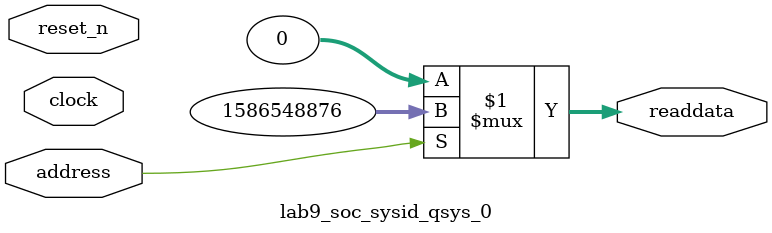
<source format=v>



// synthesis translate_off
`timescale 1ns / 1ps
// synthesis translate_on

// turn off superfluous verilog processor warnings 
// altera message_level Level1 
// altera message_off 10034 10035 10036 10037 10230 10240 10030 

module lab9_soc_sysid_qsys_0 (
               // inputs:
                address,
                clock,
                reset_n,

               // outputs:
                readdata
             )
;

  output  [ 31: 0] readdata;
  input            address;
  input            clock;
  input            reset_n;

  wire    [ 31: 0] readdata;
  //control_slave, which is an e_avalon_slave
  assign readdata = address ? 1586548876 : 0;

endmodule



</source>
